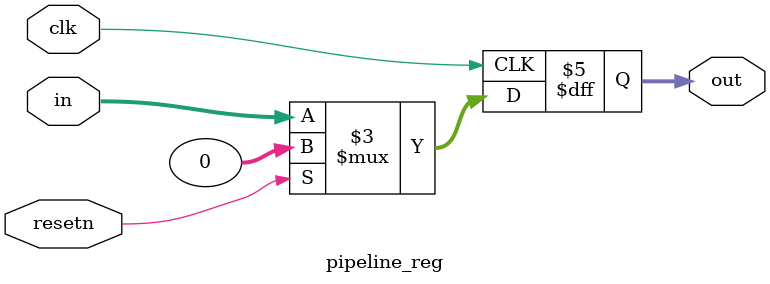
<source format=v>
module pipeline_reg # (
    parameter WIDTH = 32
  )
  (
    input                  clk,
    input                  resetn,
    input [WIDTH-1:0]      in,
    output reg [WIDTH-1:0] out
  );


    always @ (posedge clk)
    begin
      if (resetn)
      begin
        out <= 0;
      end
      else
      begin
        out <= in;
      end
    end
	 
endmodule

</source>
